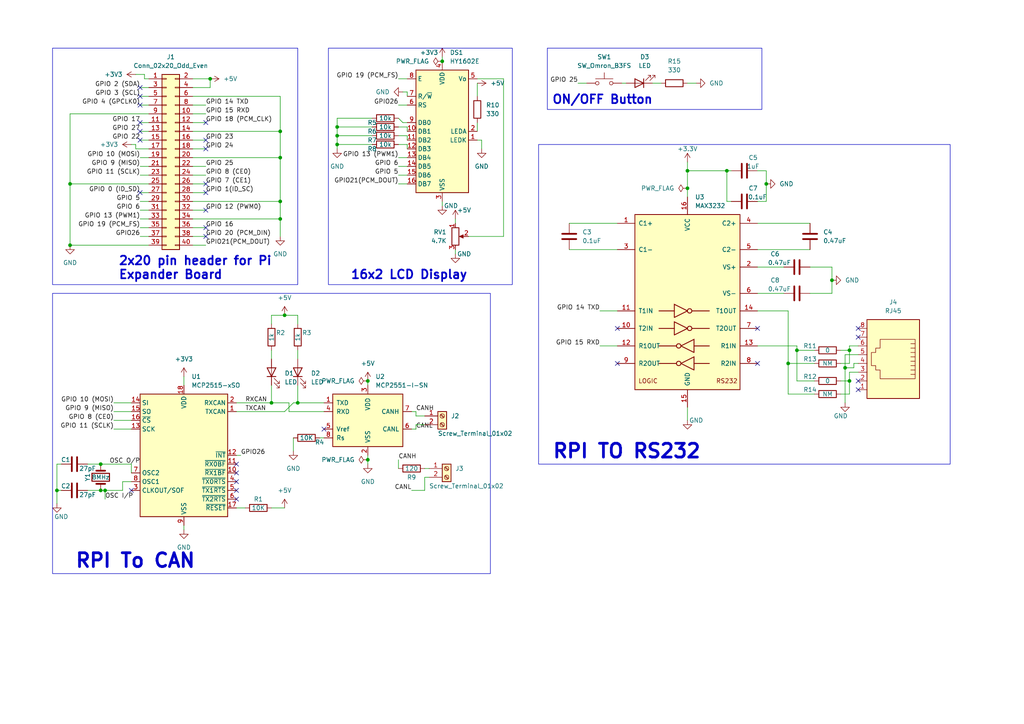
<source format=kicad_sch>
(kicad_sch (version 20231120) (generator "eeschema") (generator_version "8.0")
  (paper "A4")
  (title_block (title "Raspberry Pi Expander ") (date "2025-01-24") (rev "1.0") (company "ELECTRABLES") (comment 1 "Engr. Nadir Abbas"))
  (lib_symbols
    (symbol "Connector:RJ45" (pin_names (offset 1.016))
      (property "Reference" "J" (at -5.08 13.97 0))
      (property "Value" "RJ45" (at 2.54 13.97 0))
      (symbol "RJ45_0_1"
        (polyline (pts (xy -5.08 4.445) (xy -6.35 4.445)))
        (polyline (pts (xy -5.08 5.715) (xy -6.35 5.715)))
        (polyline (pts (xy -6.35 -3.175) (xy -5.08 -3.175) (xy -5.08 -3.175)))
        (polyline (pts (xy -6.35 -1.905) (xy -5.08 -1.905) (xy -5.08 -1.905)))
        (polyline (pts (xy -6.35 -0.635) (xy -5.08 -0.635) (xy -5.08 -0.635)))
        (polyline (pts (xy -6.35 0.635) (xy -5.08 0.635) (xy -5.08 0.635)))
        (polyline (pts (xy -6.35 1.905) (xy -5.08 1.905) (xy -5.08 1.905)))
        (polyline (pts (xy -5.08 3.175) (xy -6.35 3.175) (xy -6.35 3.175)))
        (polyline (pts (xy -6.35 -4.445) (xy -6.35 6.985) (xy 3.81 6.985) (xy 3.81 4.445) (xy 5.08 4.445) (xy 5.08 3.175) (xy 6.35 3.175) (xy 6.35 -0.635) (xy 5.08 -0.635) (xy 5.08 -1.905) (xy 3.81 -1.905) (xy 3.81 -4.445) (xy -6.35 -4.445) (xy -6.35 -4.445)))
        (rectangle (start 7.62 12.7) (end -7.62 -10.16) (stroke (width 0.254)) (fill (type background)))
      )
      (symbol "RJ45_1_1"
        (pin passive line (at 10.16 -7.62 180) (length 2.54) (name "~") (number "1"))
        (pin passive line (at 10.16 -5.08 180) (length 2.54) (name "~") (number "2"))
        (pin passive line (at 10.16 -2.54 180) (length 2.54) (name "~") (number "3"))
        (pin passive line (at 10.16 0 180) (length 2.54) (name "~") (number "4"))
        (pin passive line (at 10.16 2.54 180) (length 2.54) (name "~") (number "5"))
        (pin passive line (at 10.16 5.08 180) (length 2.54) (name "~") (number "6"))
        (pin passive line (at 10.16 7.62 180) (length 2.54) (name "~") (number "7"))
        (pin passive line (at 10.16 10.16 180) (length 2.54) (name "~") (number "8"))
      )
    )
    (symbol "Connector:Screw_Terminal_01x02" (pin_names (offset 1.016) hide)
      (property "Reference" "J" (at 0 2.54 0))
      (property "Value" "Screw_Terminal_01x02" (at 0 -5.08 0))
      (symbol "Screw_Terminal_01x02_1_1"
        (rectangle (start -1.27 1.27) (end 1.27 -3.81) (stroke (width 0.254)) (fill (type background)))
        (circle (center 0 -2.54) (radius 0.635) (stroke (width 0.1524)))
        (polyline (pts (xy -0.5334 -2.2098) (xy 0.3302 -3.048)) (stroke (width 0.1524)))
        (polyline (pts (xy -0.5334 0.3302) (xy 0.3302 -0.508)) (stroke (width 0.1524)))
        (polyline (pts (xy -0.3556 -2.032) (xy 0.508 -2.8702)) (stroke (width 0.1524)))
        (polyline (pts (xy -0.3556 0.508) (xy 0.508 -0.3302)) (stroke (width 0.1524)))
        (circle (center 0 0) (radius 0.635) (stroke (width 0.1524)))
        (pin passive line (at -5.08 0 0) (length 3.81) (name "Pin_1") (number "1"))
        (pin passive line (at -5.08 -2.54 0) (length 3.81) (name "Pin_2") (number "2"))
      )
    )
    (symbol "Connector_Generic:Conn_02x20_Odd_Even" (pin_names (offset 1.016) hide)
      (property "Reference" "J" (at 1.27 25.4 0))
      (property "Value" "Conn_02x20_Odd_Even" (at 1.27 -27.94 0))
      (symbol "Conn_02x20_Odd_Even_1_1"
        (rectangle (start -1.27 -25.273) (end 0 -25.527) (stroke (width 0.1524)))
        (rectangle (start -1.27 -22.733) (end 0 -22.987) (stroke (width 0.1524)))
        (rectangle (start -1.27 -20.193) (end 0 -20.447) (stroke (width 0.1524)))
        (rectangle (start -1.27 -17.653) (end 0 -17.907) (stroke (width 0.1524)))
        (rectangle (start -1.27 -15.113) (end 0 -15.367) (stroke (width 0.1524)))
        (rectangle (start -1.27 -12.573) (end 0 -12.827) (stroke (width 0.1524)))
        (rectangle (start -1.27 -10.033) (end 0 -10.287) (stroke (width 0.1524)))
        (rectangle (start -1.27 -7.493) (end 0 -7.747) (stroke (width 0.1524)))
        (rectangle (start -1.27 -4.953) (end 0 -5.207) (stroke (width 0.1524)))
        (rectangle (start -1.27 -2.413) (end 0 -2.667) (stroke (width 0.1524)))
        (rectangle (start -1.27 0.127) (end 0 -0.127) (stroke (width 0.1524)))
        (rectangle (start -1.27 2.667) (end 0 2.413) (stroke (width 0.1524)))
        (rectangle (start -1.27 5.207) (end 0 4.953) (stroke (width 0.1524)))
        (rectangle (start -1.27 7.747) (end 0 7.493) (stroke (width 0.1524)))
        (rectangle (start -1.27 10.287) (end 0 10.033) (stroke (width 0.1524)))
        (rectangle (start -1.27 12.827) (end 0 12.573) (stroke (width 0.1524)))
        (rectangle (start -1.27 15.367) (end 0 15.113) (stroke (width 0.1524)))
        (rectangle (start -1.27 17.907) (end 0 17.653) (stroke (width 0.1524)))
        (rectangle (start -1.27 20.447) (end 0 20.193) (stroke (width 0.1524)))
        (rectangle (start -1.27 22.987) (end 0 22.733) (stroke (width 0.1524)))
        (rectangle (start -1.27 24.13) (end 3.81 -26.67) (stroke (width 0.254)) (fill (type background)))
        (rectangle (start 3.81 -25.273) (end 2.54 -25.527) (stroke (width 0.1524)))
        (rectangle (start 3.81 -22.733) (end 2.54 -22.987) (stroke (width 0.1524)))
        (rectangle (start 3.81 -20.193) (end 2.54 -20.447) (stroke (width 0.1524)))
        (rectangle (start 3.81 -17.653) (end 2.54 -17.907) (stroke (width 0.1524)))
        (rectangle (start 3.81 -15.113) (end 2.54 -15.367) (stroke (width 0.1524)))
        (rectangle (start 3.81 -12.573) (end 2.54 -12.827) (stroke (width 0.1524)))
        (rectangle (start 3.81 -10.033) (end 2.54 -10.287) (stroke (width 0.1524)))
        (rectangle (start 3.81 -7.493) (end 2.54 -7.747) (stroke (width 0.1524)))
        (rectangle (start 3.81 -4.953) (end 2.54 -5.207) (stroke (width 0.1524)))
        (rectangle (start 3.81 -2.413) (end 2.54 -2.667) (stroke (width 0.1524)))
        (rectangle (start 3.81 0.127) (end 2.54 -0.127) (stroke (width 0.1524)))
        (rectangle (start 3.81 2.667) (end 2.54 2.413) (stroke (width 0.1524)))
        (rectangle (start 3.81 5.207) (end 2.54 4.953) (stroke (width 0.1524)))
        (rectangle (start 3.81 7.747) (end 2.54 7.493) (stroke (width 0.1524)))
        (rectangle (start 3.81 10.287) (end 2.54 10.033) (stroke (width 0.1524)))
        (rectangle (start 3.81 12.827) (end 2.54 12.573) (stroke (width 0.1524)))
        (rectangle (start 3.81 15.367) (end 2.54 15.113) (stroke (width 0.1524)))
        (rectangle (start 3.81 17.907) (end 2.54 17.653) (stroke (width 0.1524)))
        (rectangle (start 3.81 20.447) (end 2.54 20.193) (stroke (width 0.1524)))
        (rectangle (start 3.81 22.987) (end 2.54 22.733) (stroke (width 0.1524)))
        (pin passive line (at -5.08 22.86 0) (length 3.81) (name "Pin_1") (number "1"))
        (pin passive line (at 7.62 12.7 180) (length 3.81) (name "Pin_10") (number "10"))
        (pin passive line (at -5.08 10.16 0) (length 3.81) (name "Pin_11") (number "11"))
        (pin passive line (at 7.62 10.16 180) (length 3.81) (name "Pin_12") (number "12"))
        (pin passive line (at -5.08 7.62 0) (length 3.81) (name "Pin_13") (number "13"))
        (pin passive line (at 7.62 7.62 180) (length 3.81) (name "Pin_14") (number "14"))
        (pin passive line (at -5.08 5.08 0) (length 3.81) (name "Pin_15") (number "15"))
        (pin passive line (at 7.62 5.08 180) (length 3.81) (name "Pin_16") (number "16"))
        (pin passive line (at -5.08 2.54 0) (length 3.81) (name "Pin_17") (number "17"))
        (pin passive line (at 7.62 2.54 180) (length 3.81) (name "Pin_18") (number "18"))
        (pin passive line (at -5.08 0 0) (length 3.81) (name "Pin_19") (number "19"))
        (pin passive line (at 7.62 22.86 180) (length 3.81) (name "Pin_2") (number "2"))
        (pin passive line (at 7.62 0 180) (length 3.81) (name "Pin_20") (number "20"))
        (pin passive line (at -5.08 -2.54 0) (length 3.81) (name "Pin_21") (number "21"))
        (pin passive line (at 7.62 -2.54 180) (length 3.81) (name "Pin_22") (number "22"))
        (pin passive line (at -5.08 -5.08 0) (length 3.81) (name "Pin_23") (number "23"))
        (pin passive line (at 7.62 -5.08 180) (length 3.81) (name "Pin_24") (number "24"))
        (pin passive line (at -5.08 -7.62 0) (length 3.81) (name "Pin_25") (number "25"))
        (pin passive line (at 7.62 -7.62 180) (length 3.81) (name "Pin_26") (number "26"))
        (pin passive line (at -5.08 -10.16 0) (length 3.81) (name "Pin_27") (number "27"))
        (pin passive line (at 7.62 -10.16 180) (length 3.81) (name "Pin_28") (number "28"))
        (pin passive line (at -5.08 -12.7 0) (length 3.81) (name "Pin_29") (number "29"))
        (pin passive line (at -5.08 20.32 0) (length 3.81) (name "Pin_3") (number "3"))
        (pin passive line (at 7.62 -12.7 180) (length 3.81) (name "Pin_30") (number "30"))
        (pin passive line (at -5.08 -15.24 0) (length 3.81) (name "Pin_31") (number "31"))
        (pin passive line (at 7.62 -15.24 180) (length 3.81) (name "Pin_32") (number "32"))
        (pin passive line (at -5.08 -17.78 0) (length 3.81) (name "Pin_33") (number "33"))
        (pin passive line (at 7.62 -17.78 180) (length 3.81) (name "Pin_34") (number "34"))
        (pin passive line (at -5.08 -20.32 0) (length 3.81) (name "Pin_35") (number "35"))
        (pin passive line (at 7.62 -20.32 180) (length 3.81) (name "Pin_36") (number "36"))
        (pin passive line (at -5.08 -22.86 0) (length 3.81) (name "Pin_37") (number "37"))
        (pin passive line (at 7.62 -22.86 180) (length 3.81) (name "Pin_38") (number "38"))
        (pin passive line (at -5.08 -25.4 0) (length 3.81) (name "Pin_39") (number "39"))
        (pin passive line (at 7.62 20.32 180) (length 3.81) (name "Pin_4") (number "4"))
        (pin passive line (at 7.62 -25.4 180) (length 3.81) (name "Pin_40") (number "40"))
        (pin passive line (at -5.08 17.78 0) (length 3.81) (name "Pin_5") (number "5"))
        (pin passive line (at 7.62 17.78 180) (length 3.81) (name "Pin_6") (number "6"))
        (pin passive line (at -5.08 15.24 0) (length 3.81) (name "Pin_7") (number "7"))
        (pin passive line (at 7.62 15.24 180) (length 3.81) (name "Pin_8") (number "8"))
        (pin passive line (at -5.08 12.7 0) (length 3.81) (name "Pin_9") (number "9"))
      )
    )
    (symbol "Device:C" (pin_numbers hide) (pin_names (offset 0.254))
      (property "Reference" "C" (at 0.635 2.54 0))
      (property "Value" "C" (at 0.635 -2.54 0))
      (symbol "C_0_1"
        (polyline (pts (xy -2.032 -0.762) (xy 2.032 -0.762)) (stroke (width 0.508)))
        (polyline (pts (xy -2.032 0.762) (xy 2.032 0.762)) (stroke (width 0.508)))
      )
      (symbol "C_1_1"
        (pin passive line (at 0 3.81 270) (length 2.794) (name "~") (number "1"))
        (pin passive line (at 0 -3.81 90) (length 2.794) (name "~") (number "2"))
      )
    )
    (symbol "Device:Crystal" (pin_numbers hide) (pin_names (offset 1.016) hide)
      (property "Reference" "Y" (at 0 3.81 0))
      (property "Value" "Crystal" (at 0 -3.81 0))
      (symbol "Crystal_0_1"
        (rectangle (start -1.143 2.54) (end 1.143 -2.54) (stroke (width 0.3048)))
        (polyline (pts (xy -2.54 0) (xy -1.905 0)))
        (polyline (pts (xy -1.905 -1.27) (xy -1.905 1.27)) (stroke (width 0.508)))
        (polyline (pts (xy 1.905 -1.27) (xy 1.905 1.27)) (stroke (width 0.508)))
        (polyline (pts (xy 2.54 0) (xy 1.905 0)))
      )
      (symbol "Crystal_1_1"
        (pin passive line (at -3.81 0 0) (length 1.27) (name "1") (number "1"))
        (pin passive line (at 3.81 0 180) (length 1.27) (name "2") (number "2"))
      )
    )
    (symbol "Device:LED" (pin_numbers hide) (pin_names (offset 1.016) hide)
      (property "Reference" "D" (at 0 2.54 0))
      (property "Value" "LED" (at 0 -2.54 0))
      (symbol "LED_0_1"
        (polyline (pts (xy -1.27 -1.27) (xy -1.27 1.27)) (stroke (width 0.254)))
        (polyline (pts (xy -1.27 0) (xy 1.27 0)))
        (polyline (pts (xy 1.27 -1.27) (xy 1.27 1.27) (xy -1.27 0) (xy 1.27 -1.27)) (stroke (width 0.254)))
        (polyline (pts (xy -3.048 -0.762) (xy -4.572 -2.286) (xy -3.81 -2.286) (xy -4.572 -2.286) (xy -4.572 -1.524)))
        (polyline (pts (xy -1.778 -0.762) (xy -3.302 -2.286) (xy -2.54 -2.286) (xy -3.302 -2.286) (xy -3.302 -1.524)))
      )
      (symbol "LED_1_1"
        (pin passive line (at -3.81 0 0) (length 2.54) (name "K") (number "1"))
        (pin passive line (at 3.81 0 180) (length 2.54) (name "A") (number "2"))
      )
    )
    (symbol "Device:R" (pin_numbers hide) (pin_names (offset 0))
      (property "Reference" "R" (at 2.032 0 90))
      (property "Value" "R" (at 0 0 90))
      (symbol "R_0_1"
        (rectangle (start -1.016 -2.54) (end 1.016 2.54) (stroke (width 0.254)))
      )
      (symbol "R_1_1"
        (pin passive line (at 0 3.81 270) (length 1.27) (name "~") (number "1"))
        (pin passive line (at 0 -3.81 90) (length 1.27) (name "~") (number "2"))
      )
    )
    (symbol "Device:R_Potentiometer" (pin_names (offset 1.016) hide)
      (property "Reference" "RV" (at -4.445 0 90))
      (property "Value" "R_Potentiometer" (at -2.54 0 90))
      (symbol "R_Potentiometer_0_1"
        (polyline (pts (xy 2.54 0) (xy 1.524 0)))
        (polyline (pts (xy 1.143 0) (xy 2.286 0.508) (xy 2.286 -0.508) (xy 1.143 0)) (fill (type outline)))
        (rectangle (start 1.016 2.54) (end -1.016 -2.54) (stroke (width 0.254)))
      )
      (symbol "R_Potentiometer_1_1"
        (pin passive line (at 0 3.81 270) (length 1.27) (name "1") (number "1"))
        (pin passive line (at 3.81 0 180) (length 1.27) (name "2") (number "2"))
        (pin passive line (at 0 -3.81 90) (length 1.27) (name "3") (number "3"))
      )
    )
    (symbol "Display_Character:HY1602E"
      (property "Reference" "DS" (at -6.096 19.05 0))
      (property "Value" "HY1602E" (at 5.08 19.05 0))
      (symbol "HY1602E_0_1"
        (rectangle (start -7.62 17.78) (end 7.62 -17.78) (stroke (width 0.254)) (fill (type background)))
      )
      (symbol "HY1602E_1_1"
        (pin passive line (at 10.16 -2.54 180) (length 2.54) (name "LEDK") (number "1"))
        (pin bidirectional line (at -10.16 0 0) (length 2.54) (name "DB1") (number "10"))
        (pin bidirectional line (at -10.16 -2.54 0) (length 2.54) (name "DB2") (number "11"))
        (pin bidirectional line (at -10.16 -5.08 0) (length 2.54) (name "DB3") (number "12"))
        (pin bidirectional line (at -10.16 -7.62 0) (length 2.54) (name "DB4") (number "13"))
        (pin bidirectional line (at -10.16 -10.16 0) (length 2.54) (name "DB5") (number "14"))
        (pin bidirectional line (at -10.16 -12.7 0) (length 2.54) (name "DB6") (number "15"))
        (pin bidirectional line (at -10.16 -15.24 0) (length 2.54) (name "DB7") (number "16"))
        (pin passive line (at 10.16 0 180) (length 2.54) (name "LEDA") (number "2"))
        (pin power_in line (at 0 -20.32 90) (length 2.54) (name "VSS") (number "3"))
        (pin power_in line (at 0 20.32 270) (length 2.54) (name "VDD") (number "4"))
        (pin input line (at 10.16 15.24 180) (length 2.54) (name "Vo") (number "5"))
        (pin input line (at -10.16 7.62 0) (length 2.54) (name "RS") (number "6"))
        (pin input line (at -10.16 10.16 0) (length 2.54) (name "R/~{W}") (number "7"))
        (pin input line (at -10.16 15.24 0) (length 2.54) (name "E") (number "8"))
        (pin bidirectional line (at -10.16 2.54 0) (length 2.54) (name "DB0") (number "9"))
      )
    )
    (symbol "GND_1" (power) (pin_numbers hide) (pin_names (offset 0) hide)
      (property "Value" "GND" (at 0 -3.81 0))
      (symbol "GND_1_0_1"
        (polyline (pts (xy 0 0) (xy 0 -1.27) (xy 1.27 -1.27) (xy 0 -2.54) (xy -1.27 -1.27) (xy 0 -1.27)))
      )
      (symbol "GND_1_1_1"
        (pin power_in line (at 0 0 270) (length 0) (name "~") (number "1"))
      )
    )
    (symbol "Interface_CAN_LIN:MCP2515-xSO"
      (property "Reference" "U" (at -10.16 19.685 0))
      (property "Value" "MCP2515-xSO" (at 19.05 20.32 0))
      (symbol "MCP2515-xSO_0_1"
        (rectangle (start -12.7 17.78) (end 12.7 -17.78) (stroke (width 0.254)) (fill (type background)))
      )
      (symbol "MCP2515-xSO_1_1"
        (pin output line (at 15.24 12.7 180) (length 2.54) (name "TXCAN") (number "1"))
        (pin output line (at 15.24 -5.08 180) (length 2.54) (name "~{RX1BF}") (number "10"))
        (pin output line (at 15.24 -2.54 180) (length 2.54) (name "~{RX0BF}") (number "11"))
        (pin output line (at 15.24 0 180) (length 2.54) (name "~{INT}") (number "12"))
        (pin input line (at -15.24 7.62 0) (length 2.54) (name "SCK") (number "13"))
        (pin input line (at -15.24 15.24 0) (length 2.54) (name "SI") (number "14"))
        (pin output line (at -15.24 12.7 0) (length 2.54) (name "SO") (number "15"))
        (pin input line (at -15.24 10.16 0) (length 2.54) (name "~{CS}") (number "16"))
        (pin input line (at 15.24 -15.24 180) (length 2.54) (name "~{RESET}") (number "17"))
        (pin power_in line (at 0 20.32 270) (length 2.54) (name "VDD") (number "18"))
        (pin input line (at 15.24 15.24 180) (length 2.54) (name "RXCAN") (number "2"))
        (pin output line (at -15.24 -10.16 0) (length 2.54) (name "CLKOUT/SOF") (number "3"))
        (pin input line (at 15.24 -7.62 180) (length 2.54) (name "~{TX0RTS}") (number "4"))
        (pin input line (at 15.24 -10.16 180) (length 2.54) (name "~{TX1RTS}") (number "5"))
        (pin input line (at 15.24 -12.7 180) (length 2.54) (name "~{TX2RTS}") (number "6"))
        (pin output line (at -15.24 -5.08 0) (length 2.54) (name "OSC2") (number "7"))
        (pin input line (at -15.24 -7.62 0) (length 2.54) (name "OSC1") (number "8"))
        (pin power_in line (at 0 -20.32 90) (length 2.54) (name "VSS") (number "9"))
      )
    )
    (symbol "Interface_CAN_LIN:MCP2551-I-SN" (pin_names (offset 1.016))
      (property "Reference" "U" (at -10.16 8.89 0))
      (property "Value" "MCP2551-I-SN" (at 2.54 8.89 0))
      (symbol "MCP2551-I-SN_0_1"
        (rectangle (start -10.16 7.62) (end 10.16 -7.62) (stroke (width 0.254)) (fill (type background)))
      )
      (symbol "MCP2551-I-SN_1_1"
        (pin input line (at -12.7 5.08 0) (length 2.54) (name "TXD") (number "1"))
        (pin power_in line (at 0 -10.16 90) (length 2.54) (name "VSS") (number "2"))
        (pin power_in line (at 0 10.16 270) (length 2.54) (name "VDD") (number "3"))
        (pin output line (at -12.7 2.54 0) (length 2.54) (name "RXD") (number "4"))
        (pin power_out line (at -12.7 -2.54 0) (length 2.54) (name "Vref") (number "5"))
        (pin bidirectional line (at 12.7 -2.54 180) (length 2.54) (name "CANL") (number "6"))
        (pin bidirectional line (at 12.7 2.54 180) (length 2.54) (name "CANH") (number "7"))
        (pin input line (at -12.7 -5.08 0) (length 2.54) (name "Rs") (number "8"))
      )
    )
    (symbol "Interface_UART:MAX3232" (pin_names (offset 1.016))
      (property "Reference" "U" (at -2.54 28.575 0))
      (property "Value" "MAX3232" (at -2.54 26.67 0))
      (symbol "MAX3232_0_0"
        (text "LOGIC" (at -11.43 -22.86 0) (effects (font (size 1.27 1.27))))
        (text "RS232" (at 11.43 -22.86 0) (effects (font (size 1.27 1.27))))
      )
      (symbol "MAX3232_0_1"
        (rectangle (start -15.24 -25.4) (end 15.24 25.4) (stroke (width 0.254)) (fill (type background)))
        (circle (center -2.54 -17.78) (radius 0.635) (stroke (width 0.254)))
        (circle (center -2.54 -12.7) (radius 0.635) (stroke (width 0.254)))
        (polyline (pts (xy -3.81 -7.62) (xy -8.255 -7.62)) (stroke (width 0.254)))
        (polyline (pts (xy -3.81 -2.54) (xy -8.255 -2.54)) (stroke (width 0.254)))
        (polyline (pts (xy -3.175 -17.78) (xy -8.255 -17.78)) (stroke (width 0.254)))
        (polyline (pts (xy -3.175 -12.7) (xy -8.255 -12.7)) (stroke (width 0.254)))
        (polyline (pts (xy 1.27 -7.62) (xy 6.35 -7.62)) (stroke (width 0.254)))
        (polyline (pts (xy 1.27 -2.54) (xy 6.35 -2.54)) (stroke (width 0.254)))
        (polyline (pts (xy 1.905 -17.78) (xy 6.35 -17.78)) (stroke (width 0.254)))
        (polyline (pts (xy 1.905 -12.7) (xy 6.35 -12.7)) (stroke (width 0.254)))
        (polyline (pts (xy -3.81 -5.715) (xy -3.81 -9.525) (xy 0 -7.62) (xy -3.81 -5.715)) (stroke (width 0.254)))
        (polyline (pts (xy -3.81 -0.635) (xy -3.81 -4.445) (xy 0 -2.54) (xy -3.81 -0.635)) (stroke (width 0.254)))
        (polyline (pts (xy 1.905 -15.875) (xy 1.905 -19.685) (xy -1.905 -17.78) (xy 1.905 -15.875)) (stroke (width 0.254)))
        (polyline (pts (xy 1.905 -10.795) (xy 1.905 -14.605) (xy -1.905 -12.7) (xy 1.905 -10.795)) (stroke (width 0.254)))
        (circle (center 0.635 -7.62) (radius 0.635) (stroke (width 0.254)))
        (circle (center 0.635 -2.54) (radius 0.635) (stroke (width 0.254)))
      )
      (symbol "MAX3232_1_1"
        (pin passive line (at -20.32 22.86 0) (length 5.08) (name "C1+") (number "1"))
        (pin input line (at -20.32 -7.62 0) (length 5.08) (name "T2IN") (number "10"))
        (pin input line (at -20.32 -2.54 0) (length 5.08) (name "T1IN") (number "11"))
        (pin output line (at -20.32 -12.7 0) (length 5.08) (name "R1OUT") (number "12"))
        (pin input line (at 20.32 -12.7 180) (length 5.08) (name "R1IN") (number "13"))
        (pin output line (at 20.32 -2.54 180) (length 5.08) (name "T1OUT") (number "14"))
        (pin power_in line (at 0 -30.48 90) (length 5.08) (name "GND") (number "15"))
        (pin power_in line (at 0 30.48 270) (length 5.08) (name "VCC") (number "16"))
        (pin power_out line (at 20.32 10.16 180) (length 5.08) (name "VS+") (number "2"))
        (pin passive line (at -20.32 15.24 0) (length 5.08) (name "C1-") (number "3"))
        (pin passive line (at 20.32 22.86 180) (length 5.08) (name "C2+") (number "4"))
        (pin passive line (at 20.32 15.24 180) (length 5.08) (name "C2-") (number "5"))
        (pin power_out line (at 20.32 2.54 180) (length 5.08) (name "VS-") (number "6"))
        (pin output line (at 20.32 -7.62 180) (length 5.08) (name "T2OUT") (number "7"))
        (pin input line (at 20.32 -17.78 180) (length 5.08) (name "R2IN") (number "8"))
        (pin output line (at -20.32 -17.78 0) (length 5.08) (name "R2OUT") (number "9"))
      )
    )
    (symbol "Switch:SW_Omron_B3FS" (pin_numbers hide) (pin_names (offset 1.016) hide)
      (property "Reference" "SW" (at 1.27 2.54 0))
      (property "Value" "SW_Omron_B3FS" (at 0 -1.524 0))
      (symbol "SW_Omron_B3FS_0_1"
        (circle (center -2.032 0) (radius 0.508))
        (polyline (pts (xy 0 1.27) (xy 0 3.048)))
        (polyline (pts (xy 2.54 1.27) (xy -2.54 1.27)))
        (circle (center 2.032 0) (radius 0.508))
        (pin passive line (at -5.08 0 0) (length 2.54) (name "1") (number "1"))
        (pin passive line (at 5.08 0 180) (length 2.54) (name "2") (number "2"))
      )
    )
    (symbol "power:+3.3V" (power) (pin_names (offset 0))
      (property "Value" "+3.3V" (at 0 3.556 0))
      (symbol "+3.3V_0_1"
        (polyline (pts (xy -0.762 1.27) (xy 0 2.54)))
        (polyline (pts (xy 0 0) (xy 0 2.54)))
        (polyline (pts (xy 0 2.54) (xy 0.762 1.27)))
      )
      (symbol "+3.3V_1_1"
        (pin power_in line (at 0 0 90) (length 0) hide (name "+3.3V") (number "1"))
      )
    )
    (symbol "power:+3V3" (power) (pin_names (offset 0))
      (property "Value" "+3V3" (at 0 3.556 0))
      (symbol "+3V3_0_1"
        (polyline (pts (xy -0.762 1.27) (xy 0 2.54)))
        (polyline (pts (xy 0 0) (xy 0 2.54)))
        (polyline (pts (xy 0 2.54) (xy 0.762 1.27)))
      )
      (symbol "+3V3_1_1"
        (pin power_in line (at 0 0 90) (length 0) hide (name "+3V3") (number "1"))
      )
    )
    (symbol "power:+5V" (power) (pin_names (offset 0))
      (property "Value" "+5V" (at 0 3.556 0))
      (symbol "+5V_0_1"
        (polyline (pts (xy -0.762 1.27) (xy 0 2.54)))
        (polyline (pts (xy 0 0) (xy 0 2.54)))
        (polyline (pts (xy 0 2.54) (xy 0.762 1.27)))
      )
      (symbol "+5V_1_1"
        (pin power_in line (at 0 0 90) (length 0) hide (name "+5V") (number "1"))
      )
    )
    (symbol "power:GND" (power) (pin_names (offset 0))
      (property "Value" "GND" (at 0 -3.81 0))
      (symbol "GND_0_1"
        (polyline (pts (xy 0 0) (xy 0 -1.27) (xy 1.27 -1.27) (xy 0 -2.54) (xy -1.27 -1.27) (xy 0 -1.27)))
      )
      (symbol "GND_1_1"
        (pin power_in line (at 0 0 270) (length 0) hide (name "GND") (number "1"))
      )
    )
    (symbol "power:PWR_FLAG" (power) (pin_numbers hide) (pin_names (offset 0) hide)
      (property "Value" "PWR_FLAG" (at 0 3.81 0))
      (symbol "PWR_FLAG_0_0"
        (pin power_out line (at 0 0 90) (length 0) (name "pwr") (number "1"))
      )
      (symbol "PWR_FLAG_0_1"
        (polyline (pts (xy 0 0) (xy 0 1.27) (xy -1.016 1.905) (xy 0 2.54) (xy 1.016 1.905) (xy 0 1.27)))
      )
    )
  )
  (junction (at 246.38 101.6))
  (junction (at 97.79 41.91))
  (junction (at 128.27 17.78))
  (junction (at 81.28 38.1))
  (junction (at 20.32 53.34))
  (junction (at 30.48 142.24))
  (junction (at 97.79 39.37))
  (junction (at 228.6 105.41))
  (junction (at 222.25 53.34))
  (junction (at 199.39 54.61))
  (junction (at 81.28 45.72))
  (junction (at 29.21 134.62))
  (junction (at 231.14 101.6))
  (junction (at 86.36 116.84))
  (junction (at 81.28 63.5))
  (junction (at 241.3 81.28))
  (junction (at 29.21 142.24))
  (junction (at 97.79 36.83))
  (junction (at 199.39 49.53))
  (junction (at 60.96 22.86))
  (junction (at 106.68 110.49))
  (junction (at 78.74 116.84))
  (junction (at 246.38 110.49))
  (junction (at 16.51 142.24))
  (junction (at 210.82 49.53))
  (junction (at 106.68 133.35))
  (junction (at 20.32 71.12))
  (junction (at 81.28 58.42))
  (junction (at 82.55 91.44))
  (junction (at 245.11 106.68))
  (no_connect (at 40.64 27.94))
  (no_connect (at 248.92 97.79))
  (no_connect (at 248.92 95.25))
  (no_connect (at 68.58 142.24))
  (no_connect (at 68.58 134.62))
  (no_connect (at 179.07 95.25))
  (no_connect (at 219.71 95.25))
  (no_connect (at 68.58 139.7))
  (no_connect (at 59.69 66.04))
  (no_connect (at 59.69 40.64))
  (no_connect (at 248.92 113.03))
  (no_connect (at 40.64 40.64))
  (no_connect (at 38.1 142.24))
  (no_connect (at 59.69 53.34))
  (no_connect (at 59.69 35.56))
  (no_connect (at 248.92 110.49))
  (no_connect (at 93.98 124.46))
  (no_connect (at 40.64 55.88))
  (no_connect (at 40.64 25.4))
  (no_connect (at 59.69 55.88))
  (no_connect (at 59.69 68.58))
  (no_connect (at 40.64 35.56))
  (no_connect (at 59.69 60.96))
  (no_connect (at 40.64 30.48))
  (no_connect (at 59.69 43.18))
  (no_connect (at 179.07 105.41))
  (no_connect (at 68.58 144.78))
  (no_connect (at 219.71 105.41))
  (no_connect (at 68.58 137.16))
  (no_connect (at 40.64 38.1))
  (wire (pts (xy 55.88 43.18) (xy 59.69 43.18)))
  (wire (pts (xy 247.65 105.41) (xy 247.65 106.68)))
  (wire (pts (xy 55.88 60.96) (xy 59.69 60.96)))
  (wire (pts (xy 231.14 110.49) (xy 236.22 110.49)))
  (wire (pts (xy 55.88 38.1) (xy 81.28 38.1)))
  (wire (pts (xy 81.28 38.1) (xy 81.28 45.72)))
  (wire (pts (xy 246.38 100.33) (xy 248.92 100.33)))
  (wire (pts (xy 55.88 30.48) (xy 59.69 30.48)))
  (wire (pts (xy 246.38 101.6) (xy 246.38 105.41)))
  (wire (pts (xy 115.57 50.8) (xy 118.11 50.8)))
  (wire (pts (xy 128.27 16.51) (xy 128.27 17.78)))
  (wire (pts (xy 106.68 133.35) (xy 106.68 132.08)))
  (wire (pts (xy 40.64 30.48) (xy 43.18 30.48)))
  (wire (pts (xy 78.74 147.32) (xy 82.55 147.32)))
  (wire (pts (xy 33.02 124.46) (xy 38.1 124.46)))
  (wire (pts (xy 85.09 127) (xy 85.09 130.81)))
  (wire (pts (xy 97.79 34.29) (xy 107.95 34.29)))
  (wire (pts (xy 55.88 50.8) (xy 59.69 50.8)))
  (wire (pts (xy 118.11 39.37) (xy 118.11 40.64)))
  (wire (pts (xy 20.32 33.02) (xy 20.32 53.34)))
  (wire (pts (xy 106.68 134.62) (xy 106.68 133.35)))
  (wire (pts (xy 55.88 40.64) (xy 59.69 40.64)))
  (wire (pts (xy 81.28 27.94) (xy 81.28 38.1)))
  (wire (pts (xy 78.74 91.44) (xy 78.74 93.98)))
  (wire (pts (xy 78.74 91.44) (xy 82.55 91.44)))
  (wire (pts (xy 53.34 152.4) (xy 53.34 153.67)))
  (wire (pts (xy 20.32 33.02) (xy 43.18 33.02)))
  (wire (pts (xy 167.64 24.13) (xy 170.18 24.13)))
  (wire (pts (xy 115.57 22.86) (xy 118.11 22.86)))
  (wire (pts (xy 199.39 118.11) (xy 199.39 121.92)))
  (wire (pts (xy 40.64 58.42) (xy 43.18 58.42)))
  (wire (pts (xy 82.55 91.44) (xy 86.36 91.44)))
  (wire (pts (xy 219.71 77.47) (xy 227.33 77.47)))
  (wire (pts (xy 228.6 105.41) (xy 236.22 105.41)))
  (wire (pts (xy 55.88 71.12) (xy 59.69 71.12)))
  (wire (pts (xy 199.39 49.53) (xy 199.39 54.61)))
  (wire (pts (xy 55.88 27.94) (xy 81.28 27.94)))
  (wire (pts (xy 115.57 45.72) (xy 118.11 45.72)))
  (wire (pts (xy 68.58 132.08) (xy 69.85 132.08)))
  (wire (pts (xy 189.23 24.13) (xy 191.77 24.13)))
  (wire (pts (xy 33.02 121.92) (xy 38.1 121.92)))
  (wire (pts (xy 97.79 34.29) (xy 97.79 36.83)))
  (wire (pts (xy 118.11 35.56) (xy 116.84 35.56)))
  (wire (pts (xy 55.88 48.26) (xy 59.69 48.26)))
  (wire (pts (xy 245.11 106.68) (xy 247.65 106.68)))
  (wire (pts (xy 40.64 35.56) (xy 43.18 35.56)))
  (wire (pts (xy 86.36 91.44) (xy 86.36 93.98)))
  (wire (pts (xy 40.64 60.96) (xy 43.18 60.96)))
  (wire (pts (xy 41.91 21.59) (xy 41.91 22.86)))
  (wire (pts (xy 30.48 142.24) (xy 35.56 142.24)))
  (wire (pts (xy 234.95 85.09) (xy 241.3 85.09)))
  (wire (pts (xy 128.27 58.42) (xy 128.27 59.69)))
  (wire (pts (xy 138.43 40.64) (xy 139.7 40.64)))
  (wire (pts (xy 135.89 68.58) (xy 146.05 68.58)))
  (wire (pts (xy 118.11 36.83) (xy 118.11 38.1)))
  (wire (pts (xy 25.4 134.62) (xy 29.21 134.62)))
  (wire (pts (xy 245.11 102.87) (xy 248.92 102.87)))
  (wire (pts (xy 115.57 30.48) (xy 118.11 30.48)))
  (wire (pts (xy 30.48 142.24) (xy 30.48 144.78)))
  (wire (pts (xy 115.57 39.37) (xy 118.11 39.37)))
  (wire (pts (xy 86.36 116.84) (xy 93.98 116.84)))
  (wire (pts (xy 29.21 134.62) (xy 38.1 134.62)))
  (wire (pts (xy 199.39 49.53) (xy 210.82 49.53)))
  (wire (pts (xy 120.65 120.65) (xy 123.19 120.65)))
  (wire (pts (xy 55.88 22.86) (xy 60.96 22.86)))
  (wire (pts (xy 231.14 100.33) (xy 231.14 101.6)))
  (wire (pts (xy 199.39 24.13) (xy 201.93 24.13)))
  (wire (pts (xy 16.51 134.62) (xy 16.51 142.24)))
  (wire (pts (xy 38.1 134.62) (xy 38.1 137.16)))
  (wire (pts (xy 243.84 105.41) (xy 246.38 105.41)))
  (wire (pts (xy 92.71 127) (xy 93.98 127)))
  (wire (pts (xy 222.25 53.34) (xy 222.25 58.42)))
  (wire (pts (xy 55.88 55.88) (xy 59.69 55.88)))
  (wire (pts (xy 246.38 107.95) (xy 246.38 110.49)))
  (wire (pts (xy 180.34 24.13) (xy 181.61 24.13)))
  (wire (pts (xy 68.58 119.38) (xy 82.55 119.38)))
  (wire (pts (xy 40.64 45.72) (xy 43.18 45.72)))
  (wire (pts (xy 139.7 40.64) (xy 139.7 43.18)))
  (wire (pts (xy 115.57 53.34) (xy 118.11 53.34)))
  (wire (pts (xy 106.68 110.49) (xy 106.68 111.76)))
  (wire (pts (xy 85.09 116.84) (xy 82.55 119.38)))
  (wire (pts (xy 120.65 119.38) (xy 120.65 120.65)))
  (wire (pts (xy 231.14 101.6) (xy 236.22 101.6)))
  (wire (pts (xy 81.28 58.42) (xy 81.28 63.5)))
  (wire (pts (xy 228.6 90.17) (xy 228.6 105.41)))
  (wire (pts (xy 219.71 90.17) (xy 228.6 90.17)))
  (wire (pts (xy 146.05 22.86) (xy 146.05 68.58)))
  (wire (pts (xy 40.64 40.64) (xy 43.18 40.64)))
  (wire (pts (xy 40.64 27.94) (xy 43.18 27.94)))
  (wire (pts (xy 123.19 138.43) (xy 124.46 138.43)))
  (wire (pts (xy 165.1 64.77) (xy 179.07 64.77)))
  (wire (pts (xy 97.79 39.37) (xy 107.95 39.37)))
  (wire (pts (xy 25.4 142.24) (xy 29.21 142.24)))
  (wire (pts (xy 55.88 25.4) (xy 60.96 25.4)))
  (wire (pts (xy 241.3 81.28) (xy 241.3 85.09)))
  (wire (pts (xy 241.3 77.47) (xy 241.3 81.28)))
  (wire (pts (xy 83.82 119.38) (xy 93.98 119.38)))
  (wire (pts (xy 40.64 68.58) (xy 43.18 68.58)))
  (wire (pts (xy 40.64 50.8) (xy 43.18 50.8)))
  (wire (pts (xy 246.38 100.33) (xy 246.38 101.6)))
  (wire (pts (xy 116.84 35.56) (xy 115.57 34.29)))
  (wire (pts (xy 97.79 41.91) (xy 97.79 43.18)))
  (wire (pts (xy 55.88 66.04) (xy 59.69 66.04)))
  (wire (pts (xy 40.64 48.26) (xy 43.18 48.26)))
  (wire (pts (xy 115.57 133.35) (xy 115.57 135.89)))
  (wire (pts (xy 219.71 85.09) (xy 227.33 85.09)))
  (wire (pts (xy 81.28 63.5) (xy 55.88 63.5)))
  (wire (pts (xy 53.34 109.22) (xy 53.34 111.76)))
  (wire (pts (xy 33.02 116.84) (xy 38.1 116.84)))
  (wire (pts (xy 120.65 123.19) (xy 120.65 124.46)))
  (wire (pts (xy 85.09 116.84) (xy 86.36 116.84)))
  (wire (pts (xy 219.71 49.53) (xy 222.25 49.53)))
  (wire (pts (xy 97.79 36.83) (xy 97.79 39.37)))
  (wire (pts (xy 38.1 41.91) (xy 39.37 41.91)))
  (wire (pts (xy 222.25 49.53) (xy 222.25 53.34)))
  (wire (pts (xy 210.82 58.42) (xy 212.09 58.42)))
  (wire (pts (xy 35.56 139.7) (xy 38.1 139.7)))
  (wire (pts (xy 228.6 105.41) (xy 228.6 114.3)))
  (wire (pts (xy 199.39 46.99) (xy 199.39 49.53)))
  (wire (pts (xy 199.39 54.61) (xy 199.39 57.15)))
  (wire (pts (xy 243.84 101.6) (xy 246.38 101.6)))
  (wire (pts (xy 118.11 26.67) (xy 118.11 27.94)))
  (wire (pts (xy 219.71 58.42) (xy 222.25 58.42)))
  (wire (pts (xy 115.57 36.83) (xy 118.11 36.83)))
  (wire (pts (xy 246.38 110.49) (xy 246.38 114.3)))
  (wire (pts (xy 119.38 119.38) (xy 120.65 119.38)))
  (wire (pts (xy 39.37 41.91) (xy 39.37 43.18)))
  (wire (pts (xy 120.65 123.19) (xy 123.19 123.19)))
  (wire (pts (xy 219.71 100.33) (xy 231.14 100.33)))
  (wire (pts (xy 138.43 24.13) (xy 138.43 27.94)))
  (wire (pts (xy 55.88 58.42) (xy 81.28 58.42)))
  (wire (pts (xy 245.11 106.68) (xy 245.11 116.84)))
  (wire (pts (xy 39.37 21.59) (xy 41.91 21.59)))
  (wire (pts (xy 20.32 71.12) (xy 43.18 71.12)))
  (wire (pts (xy 116.84 26.67) (xy 118.11 26.67)))
  (wire (pts (xy 40.64 66.04) (xy 43.18 66.04)))
  (wire (pts (xy 33.02 119.38) (xy 38.1 119.38)))
  (wire (pts (xy 219.71 72.39) (xy 234.95 72.39)))
  (wire (pts (xy 138.43 35.56) (xy 138.43 38.1)))
  (wire (pts (xy 16.51 142.24) (xy 16.51 146.05)))
  (wire (pts (xy 228.6 114.3) (xy 236.22 114.3)))
  (wire (pts (xy 231.14 101.6) (xy 231.14 110.49)))
  (wire (pts (xy 210.82 49.53) (xy 212.09 49.53)))
  (wire (pts (xy 55.88 35.56) (xy 59.69 35.56)))
  (wire (pts (xy 83.82 116.84) (xy 83.82 119.38)))
  (wire (pts (xy 40.64 63.5) (xy 43.18 63.5)))
  (wire (pts (xy 123.19 142.24) (xy 123.19 138.43)))
  (wire (pts (xy 29.21 142.24) (xy 30.48 142.24)))
  (wire (pts (xy 132.08 72.39) (xy 132.08 73.66)))
  (wire (pts (xy 41.91 22.86) (xy 43.18 22.86)))
  (wire (pts (xy 35.56 139.7) (xy 35.56 142.24)))
  (wire (pts (xy 86.36 101.6) (xy 86.36 104.14)))
  (wire (pts (xy 40.64 55.88) (xy 43.18 55.88)))
  (wire (pts (xy 78.74 116.84) (xy 83.82 116.84)))
  (wire (pts (xy 219.71 64.77) (xy 234.95 64.77)))
  (wire (pts (xy 132.08 63.5) (xy 132.08 64.77)))
  (wire (pts (xy 68.58 147.32) (xy 71.12 147.32)))
  (wire (pts (xy 20.32 53.34) (xy 43.18 53.34)))
  (wire (pts (xy 115.57 48.26) (xy 118.11 48.26)))
  (wire (pts (xy 123.19 135.89) (xy 124.46 135.89)))
  (wire (pts (xy 68.58 116.84) (xy 78.74 116.84)))
  (wire (pts (xy 55.88 53.34) (xy 59.69 53.34)))
  (wire (pts (xy 97.79 41.91) (xy 107.95 41.91)))
  (wire (pts (xy 245.11 102.87) (xy 245.11 106.68)))
  (wire (pts (xy 40.64 38.1) (xy 43.18 38.1)))
  (wire (pts (xy 243.84 114.3) (xy 246.38 114.3)))
  (wire (pts (xy 39.37 43.18) (xy 43.18 43.18)))
  (wire (pts (xy 81.28 68.58) (xy 81.28 63.5)))
  (wire (pts (xy 40.64 25.4) (xy 43.18 25.4)))
  (wire (pts (xy 16.51 134.62) (xy 17.78 134.62)))
  (wire (pts (xy 246.38 107.95) (xy 248.92 107.95)))
  (wire (pts (xy 210.82 49.53) (xy 210.82 58.42)))
  (wire (pts (xy 97.79 39.37) (xy 97.79 41.91)))
  (wire (pts (xy 165.1 72.39) (xy 179.07 72.39)))
  (wire (pts (xy 86.36 111.76) (xy 86.36 116.84)))
  (wire (pts (xy 97.79 36.83) (xy 107.95 36.83)))
  (wire (pts (xy 119.38 124.46) (xy 120.65 124.46)))
  (wire (pts (xy 55.88 68.58) (xy 59.69 68.58)))
  (wire (pts (xy 16.51 142.24) (xy 17.78 142.24)))
  (wire (pts (xy 234.95 77.47) (xy 241.3 77.47)))
  (wire (pts (xy 119.38 142.24) (xy 123.19 142.24)))
  (wire (pts (xy 243.84 110.49) (xy 246.38 110.49)))
  (wire (pts (xy 173.99 100.33) (xy 179.07 100.33)))
  (wire (pts (xy 118.11 41.91) (xy 118.11 43.18)))
  (wire (pts (xy 173.99 90.17) (xy 179.07 90.17)))
  (wire (pts (xy 55.88 45.72) (xy 81.28 45.72)))
  (wire (pts (xy 138.43 22.86) (xy 146.05 22.86)))
  (wire (pts (xy 81.28 45.72) (xy 81.28 58.42)))
  (wire (pts (xy 60.96 22.86) (xy 60.96 25.4)))
  (wire (pts (xy 20.32 53.34) (xy 20.32 71.12)))
  (wire (pts (xy 247.65 105.41) (xy 248.92 105.41)))
  (wire (pts (xy 78.74 111.76) (xy 78.74 116.84)))
  (wire (pts (xy 78.74 101.6) (xy 78.74 104.14)))
  (wire (pts (xy 115.57 41.91) (xy 118.11 41.91)))
  (wire (pts (xy 55.88 33.02) (xy 59.69 33.02)))
  (rectangle (start 95.25 13.97) (end 148.59 82.55))
  (rectangle (start 156.21 41.91) (end 275.59 134.62))
  (rectangle (start 15.24 13.97) (end 86.36 82.55))
  (rectangle (start 158.75 13.97) (end 220.98 31.75))
  (rectangle (start 15.24 85.09) (end 142.24 166.37))
  (text "RPI To CAN" (at 21.59 165.1 0) (effects (font (size 4 4) (bold yes)) (justify left bottom)))
  (text "16x2 LCD Display" (at 101.6 81.28 0) (effects (font (size 2.5 2.5) (bold yes)) (justify left bottom)))
  (text "2x20 pin header for Pi \nExpander Board" (at 34.29 81.28 0) (effects (font (size 2.5 2.5) (thickness 0.5) (bold yes)) (justify left bottom)))
  (text "ON/OFF Button" (at 160.02 30.48 0) (effects (font (size 2.5 2.5) (bold yes)) (justify left bottom)))
  (text "RPI TO RS232\n" (at 160.02 133.35 0) (effects (font (size 4 4) (bold yes)) (justify left bottom)))
  (label "GPIO 19 (PCM_FS)" (at 40.64 66.04 180))
  (label "OSC O{slash}P" (at 31.75 134.62 0))
  (label "GPIO26" (at 40.64 68.58 180))
  (label "GPIO 10 (MOSI)" (at 40.64 45.72 180))
  (label "GPIO 5" (at 115.57 50.8 180))
  (label "GPIO 5" (at 40.64 58.42 180))
  (label "GPIO 4 (GPCLK0)" (at 40.64 30.48 180))
  (label "GPIO 20 (PCM_DIN)" (at 59.69 68.58 0))
  (label "GPIO 13 (PWM1)" (at 115.57 45.72 180))
  (label "GPIO 27" (at 40.64 38.1 180))
  (label "CANL" (at 119.38 142.24 180))
  (label "GPIO 15 RXD" (at 173.99 100.33 180))
  (label "GPIO 12 (PWM0)" (at 59.69 60.96 0))
  (label "GPIO 15 RXD" (at 59.69 33.02 0))
  (label "GPIO21(PCM_DOUT)" (at 115.57 53.34 180))
  (label "GPIO 6" (at 40.64 60.96 180))
  (label "GPIO 0 (ID_SD)" (at 40.64 55.88 180))
  (label "GPIO 13 (PWM1)" (at 40.64 63.5 180))
  (label "GPIO 6" (at 115.57 48.26 180))
  (label "CANL" (at 120.65 124.46 0))
  (label "GPIO 19 (PCM_FS)" (at 115.57 22.86 180))
  (label "GPIO 8 (CE0)" (at 33.02 121.92 180))
  (label "GPIO 11 (SCLK)" (at 40.64 50.8 180))
  (label "GPIO 10 (MOSI)" (at 33.02 116.84 180))
  (label "GPIO 17" (at 40.64 35.56 180))
  (label "GPIO 22" (at 40.64 40.64 180))
  (label "GPIO 3 (SCL)" (at 40.64 27.94 180))
  (label "GPIO 9 (MISO)" (at 33.02 119.38 180))
  (label "CANH" (at 120.65 119.38 0))
  (label "GPIO26" (at 69.85 132.08 0))
  (label "GPIO 16" (at 59.69 66.04 0))
  (label "GPIO 2 (SDA)" (at 40.64 25.4 180))
  (label "GPIO 14 TXD" (at 59.69 30.48 0))
  (label "GPIO 8 (CE0)" (at 59.69 50.8 0))
  (label "OSC I{slash}P" (at 30.48 144.78 0))
  (label "GPIO 14 TXD" (at 173.99 90.17 180))
  (label "GPIO 18 (PCM_CLK)" (at 59.69 35.56 0))
  (label "GPIO 11 (SCLK)" (at 33.02 124.46 180))
  (label "GPIO 1(ID_SC)" (at 59.69 55.88 0))
  (label "GPIO 24" (at 59.69 43.18 0))
  (label "GPIO 7 (CE1)" (at 59.69 53.34 0))
  (label "GPIO 23" (at 59.69 40.64 0))
  (label "GPIO21(PCM_DOUT)" (at 59.69 71.12 0))
  (label "GPIO 9 (MISO)" (at 40.64 48.26 180))
  (label "GPIO 25" (at 167.64 24.13 180))
  (label "CANH" (at 115.57 133.35 0))
  (label "GPIO 25" (at 59.69 48.26 0))
  (label "RXCAN" (at 71.12 116.84 0))
  (label "TXCAN" (at 71.12 119.38 0))
  (label "GPIO26" (at 115.57 30.48 180))
  (symbol (lib_id "power:PWR_FLAG") (at 199.39 54.61 90) (unit 1)
    (property "Reference" "#FLG03" (effects (hide yes)))
    (property "Value" "PWR_FLAG" (at 195.58 54.61 90) (effects (justify left)))
  )
  (symbol (lib_id "Interface_CAN_LIN:MCP2551-I-SN") (at 106.68 121.92 0) (unit 1)
    (property "Reference" "U2" (at 108.8741 109.22 0) (effects (justify left)))
    (property "Value" "MCP2551-I-SN" (at 108.8741 111.76 0) (effects (justify left)))
    (property "Footprint" "Package_SO:SOIC-8_3.9x4.9mm_P1.27mm" (effects (hide yes)))
    (property "Datasheet" "http://ww1.microchip.com/downloads/en/devicedoc/21667d.pdf" (effects (hide yes)))
  )
  (symbol (lib_id "Device:R") (at 195.58 24.13 90) (unit 1)
    (property "Reference" "R15" (at 195.58 17.78 90))
    (property "Value" "330" (at 195.58 20.32 90))
    (property "Footprint" "Resistor_SMD:R_0805_2012Metric" (effects (hide yes)))
    (property "Description" "Resistor" (effects (hide yes)))
  )
  (symbol (lib_id "Device:R") (at 240.03 114.3 90) (unit 1)
    (property "Reference" "R14" (at 234.95 113.03 90))
    (property "Value" "NM" (at 240.03 114.3 90))
    (property "Footprint" "Resistor_SMD:R_0805_2012Metric" (effects (hide yes)))
  )
  (symbol (lib_name "GND_1") (lib_id "power:GND") (at 201.93 24.13 90) (unit 1)
    (property "Reference" "#PWR027" (effects (hide yes)))
    (property "Value" "GND" (at 205.74 24.1299 90) (effects (justify right)))
    (property "Description" "Power symbol creates a global label with name \"GND\" , ground" (effects (hide yes)))
  )
  (symbol (lib_id "power:+5V") (at 106.68 110.49 0) (unit 1)
    (property "Reference" "#PWR013" (effects (hide yes)))
    (property "Value" "+5V" (at 106.68 105.41 0))
  )
  (symbol (lib_id "Device:C") (at 165.1 68.58 0) (unit 1)
    (property "Reference" "C3" (at 168.91 67.31 0) (effects (justify left)))
    (property "Value" "0.1uF" (at 168.91 69.85 0) (effects (justify left)))
    (property "Footprint" "Capacitor_SMD:C_0805_2012Metric" (effects (hide yes)))
  )
  (symbol (lib_id "power:+3V3") (at 38.1 41.91 90) (unit 1)
    (property "Reference" "#PWR010" (effects (hide yes)))
    (property "Value" "+3V3" (at 34.29 41.91 90) (effects (justify left)))
  )
  (symbol (lib_id "power:GND") (at 106.68 134.62 0) (unit 1)
    (property "Reference" "#PWR025" (effects (hide yes)))
    (property "Value" "GND" (at 106.68 139.7 0))
  )
  (symbol (lib_id "Device:R") (at 240.03 105.41 90) (unit 1)
    (property "Reference" "R13" (at 234.95 104.14 90))
    (property "Value" "NM" (at 240.03 105.41 90))
    (property "Footprint" "Resistor_SMD:R_0805_2012Metric" (effects (hide yes)))
  )
  (symbol (lib_id "Device:LED") (at 78.74 107.95 90) (unit 1)
    (property "Reference" "D1" (at 82.55 108.2675 90) (effects (justify right)))
    (property "Value" "LED" (at 82.55 110.8075 90) (effects (justify right)))
    (property "Footprint" "LED_SMD:LED_0805_2012Metric" (effects (hide yes)))
  )
  (symbol (lib_id "power:+5V") (at 82.55 91.44 0) (unit 1)
    (property "Reference" "#PWR019" (effects (hide yes)))
    (property "Value" "+5V" (at 82.55 86.36 0))
  )
  (symbol (lib_id "Connector:Screw_Terminal_01x02") (at 129.54 135.89 0) (unit 1)
    (property "Reference" "J3" (at 132.08 135.89 0) (effects (justify left)))
    (property "Value" "Screw_Terminal_01x02" (at 124.46 140.97 0) (effects (justify left)))
    (property "Footprint" "TerminalBlock:TerminalBlock_bornier-2_P5.08mm" (effects (hide yes)))
  )
  (symbol (lib_id "Device:C") (at 231.14 77.47 90) (unit 1)
    (property "Reference" "C6" (at 224.79 73.66 90))
    (property "Value" "0.47uF" (at 226.06 76.2 90))
    (property "Footprint" "Capacitor_SMD:C_0805_2012Metric" (effects (hide yes)))
  )
  (symbol (lib_id "power:GND") (at 97.79 43.18 0) (unit 1)
    (property "Reference" "#PWR012" (effects (hide yes)))
    (property "Value" "GND" (at 97.79 48.26 0))
  )
  (symbol (lib_id "Device:R") (at 138.43 31.75 0) (unit 1)
    (property "Reference" "R10" (at 140.97 30.48 0) (effects (justify left)))
    (property "Value" "330" (at 140.97 33.02 0) (effects (justify left)))
    (property "Footprint" "Resistor_SMD:R_0805_2012Metric" (effects (hide yes)))
  )
  (symbol (lib_id "Connector:RJ45") (at 259.08 105.41 0) (mirror y) (unit 1)
    (property "Reference" "J4" (at 259.08 87.63 0))
    (property "Value" "RJ45" (at 259.08 90.17 0))
    (property "Footprint" "RJ45-8N-B:TE_RJ45-8N-B" (effects (hide yes)))
  )
  (symbol (lib_id "Device:R") (at 111.76 34.29 90) (unit 1)
    (property "Reference" "R5" (at 107.95 35.56 90))
    (property "Value" "10k" (at 111.76 34.29 90))
    (property "Footprint" "Resistor_SMD:R_0805_2012Metric" (effects (hide yes)))
  )
  (symbol (lib_id "Device:R") (at 86.36 97.79 0) (unit 1)
    (property "Reference" "R3" (at 87.63 96.52 0) (effects (justify left)))
    (property "Value" "1k" (at 86.36 99.06 90) (effects (justify left)))
    (property "Footprint" "Resistor_SMD:R_0805_2012Metric" (effects (hide yes)))
  )
  (symbol (lib_id "Device:C") (at 21.59 134.62 90) (unit 1)
    (property "Reference" "C1" (at 19.05 133.35 90))
    (property "Value" "27pF" (at 25.4 135.89 90))
    (property "Footprint" "Capacitor_SMD:C_0805_2012Metric" (effects (hide yes)))
  )
  (symbol (lib_id "Device:C") (at 215.9 58.42 90) (unit 1)
    (property "Reference" "C7" (at 218.44 54.61 90))
    (property "Value" "0.1uF" (at 219.71 57.15 90))
    (property "Footprint" "Capacitor_SMD:C_0805_2012Metric" (effects (hide yes)))
  )
  (symbol (lib_id "Device:LED") (at 86.36 107.95 90) (unit 1)
    (property "Reference" "D2" (at 90.17 108.2675 90) (effects (justify right)))
    (property "Value" "LED" (at 90.17 110.8075 90) (effects (justify right)))
    (property "Footprint" "LED_SMD:LED_0805_2012Metric" (effects (hide yes)))
  )
  (symbol (lib_id "Switch:SW_Omron_B3FS") (at 175.26 24.13 0) (unit 1)
    (property "Reference" "SW1" (at 175.26 16.51 0))
    (property "Value" "SW_Omron_B3FS" (at 175.26 19.05 0))
    (property "Footprint" "Button_Switch_SMD:SW_SPST_Omron_B3FS-100xP" (effects (hide yes)))
    (property "Datasheet" "https://omronfs.omron.com/en_US/ecb/products/pdf/en-b3fs.pdf" (effects (hide yes)))
  )
  (symbol (lib_id "Device:R") (at 240.03 110.49 90) (unit 1)
    (property "Reference" "R12" (at 234.95 109.22 90))
    (property "Value" "0" (at 240.03 110.49 90))
    (property "Footprint" "Resistor_SMD:R_0805_2012Metric" (effects (hide yes)))
  )
  (symbol (lib_id "Device:R") (at 74.93 147.32 90) (unit 1)
    (property "Reference" "R1" (at 74.93 144.78 90))
    (property "Value" "10K" (at 74.93 147.32 90))
    (property "Footprint" "Resistor_SMD:R_0805_2012Metric" (effects (hide yes)))
  )
  (symbol (lib_id "Device:Crystal") (at 29.21 138.43 90) (unit 1)
    (property "Reference" "Y1" (at 25.4 138.43 0))
    (property "Value" "8MHz" (at 29.21 138.43 90))
    (property "Footprint" "Crystal:Crystal_HC49-4H_Vertical" (effects (hide yes)))
  )
  (symbol (lib_id "Connector_Generic:Conn_02x20_Odd_Even") (at 48.26 45.72 0) (unit 1)
    (property "Reference" "J1" (at 49.53 16.51 0))
    (property "Value" "Conn_02x20_Odd_Even" (at 49.53 19.05 0))
    (property "Footprint" "Connector_PinSocket_2.54mm:PinSocket_2x20_P2.54mm_Vertical" (effects (hide yes)))
  )
  (symbol (lib_id "power:GND") (at 116.84 26.67 270) (unit 1)
    (property "Reference" "#PWR02" (effects (hide yes)))
    (property "Value" "GND" (at 113.03 26.67 90) (effects (justify right)))
  )
  (symbol (lib_id "Device:LED") (at 185.42 24.13 180) (unit 1)
    (property "Reference" "D3" (at 187.0075 16.51 0))
    (property "Value" "LED" (at 187.0075 19.05 0))
    (property "Footprint" "LED_SMD:LED_0805_2012Metric" (effects (hide yes)))
    (property "Description" "Light emitting diode" (effects (hide yes)))
  )
  (symbol (lib_id "Device:R") (at 240.03 101.6 90) (unit 1)
    (property "Reference" "R11" (at 234.95 100.33 90))
    (property "Value" "0" (at 240.03 101.6 90))
    (property "Footprint" "Resistor_SMD:R_0805_2012Metric" (effects (hide yes)))
  )
  (symbol (lib_id "Device:R") (at 88.9 127 90) (unit 1)
    (property "Reference" "R4" (at 92.71 128.27 90))
    (property "Value" "10K" (at 88.9 127 90))
    (property "Footprint" "Resistor_SMD:R_0805_2012Metric" (effects (hide yes)))
  )
  (symbol (lib_id "power:GND") (at 16.51 146.05 0) (unit 1)
    (property "Reference" "#PWR015" (effects (hide yes)))
    (property "Value" "GND" (at 17.78 149.86 0))
  )
  (symbol (lib_id "Device:R_Potentiometer") (at 132.08 68.58 0) (unit 1)
    (property "Reference" "RV1" (at 129.54 67.31 0) (effects (justify right)))
    (property "Value" "4.7K" (at 129.54 69.85 0) (effects (justify right)))
    (property "Footprint" "Potentiometer_THT:Potentiometer_Bourns_3266Y_Vertical" (effects (hide yes)))
  )
  (symbol (lib_id "power:+3.3V") (at 199.39 46.99 0) (unit 1)
    (property "Reference" "#PWR021" (effects (hide yes)))
    (property "Value" "+3.3V" (at 199.39 43.18 0))
  )
  (symbol (lib_id "Device:R") (at 111.76 41.91 90) (unit 1)
    (property "Reference" "R8" (at 107.95 43.18 90))
    (property "Value" "10k" (at 111.76 41.91 90))
    (property "Footprint" "Resistor_SMD:R_0805_2012Metric" (effects (hide yes)))
  )
  (symbol (lib_id "power:+3V3") (at 53.34 109.22 0) (unit 1)
    (property "Reference" "#PWR018" (effects (hide yes)))
    (property "Value" "+3V3" (at 53.34 104.14 0))
  )
  (symbol (lib_id "power:GND") (at 139.7 43.18 0) (unit 1)
    (property "Reference" "#PWR03" (effects (hide yes)))
    (property "Value" "GND" (at 139.7 48.26 0))
  )
  (symbol (lib_id "power:PWR_FLAG") (at 106.68 110.49 90) (unit 1)
    (property "Reference" "#FLG02" (effects (hide yes)))
    (property "Value" "PWR_FLAG" (at 102.87 110.49 90) (effects (justify left)))
  )
  (symbol (lib_id "power:+5V") (at 60.96 22.86 270) (unit 1)
    (property "Reference" "#PWR07" (effects (hide yes)))
    (property "Value" "+5V" (at 64.77 22.86 90) (effects (justify left)))
  )
  (symbol (lib_id "Device:R") (at 111.76 39.37 90) (unit 1)
    (property "Reference" "R7" (at 107.95 40.64 90))
    (property "Value" "10k" (at 111.76 39.37 90))
    (property "Footprint" "Resistor_SMD:R_0805_2012Metric" (effects (hide yes)))
  )
  (symbol (lib_id "Display_Character:HY1602E") (at 128.27 38.1 0) (unit 1)
    (property "Reference" "DS1" (at 130.4641 15.24 0) (effects (justify left)))
    (property "Value" "HY1602E" (at 130.4641 17.78 0) (effects (justify left)))
    (property "Footprint" "Display:HY1602E" (effects (hide yes)))
    (property "Datasheet" "http://www.icbank.com/data/ICBShop/board/HY1602E.pdf" (effects (hide yes)))
  )
  (symbol (lib_id "power:+5V") (at 138.43 24.13 270) (unit 1)
    (property "Reference" "#PWR020" (effects (hide yes)))
    (property "Value" "+5V" (at 142.24 24.13 90) (effects (justify left)))
  )
  (symbol (lib_id "power:GND") (at 53.34 153.67 0) (unit 1)
    (property "Reference" "#PWR016" (effects (hide yes)))
    (property "Value" "GND" (at 53.34 158.75 0))
  )
  (symbol (lib_id "power:+5V") (at 82.55 147.32 0) (unit 1)
    (property "Reference" "#PWR017" (effects (hide yes)))
    (property "Value" "+5V" (at 82.55 142.24 0))
  )
  (symbol (lib_id "power:GND") (at 199.39 121.92 0) (unit 1)
    (property "Reference" "#PWR06" (effects (hide yes)))
    (property "Value" "GND" (at 201.93 121.92 0))
  )
  (symbol (lib_id "power:PWR_FLAG") (at 128.27 17.78 90) (unit 1)
    (property "Reference" "#FLG04" (effects (hide yes)))
    (property "Value" "PWR_FLAG" (at 124.46 17.78 90) (effects (justify left)))
  )
  (symbol (lib_id "power:GND") (at 132.08 73.66 0) (unit 1)
    (property "Reference" "#PWR04" (effects (hide yes)))
    (property "Value" "GND" (at 134.62 73.66 0))
  )
  (symbol (lib_id "Device:C") (at 231.14 85.09 90) (unit 1)
    (property "Reference" "C8" (at 224.79 81.28 90))
    (property "Value" "0.47uF" (at 226.06 83.82 90))
    (property "Footprint" "Capacitor_SMD:C_0805_2012Metric" (effects (hide yes)))
  )
  (symbol (lib_id "power:PWR_FLAG") (at 106.68 133.35 90) (unit 1)
    (property "Reference" "#FLG01" (effects (hide yes)))
    (property "Value" "PWR_FLAG" (at 102.87 133.35 90) (effects (justify left)))
  )
  (symbol (lib_id "Interface_UART:MAX3232") (at 199.39 87.63 0) (unit 1)
    (property "Reference" "U3" (at 201.5841 57.15 0) (effects (justify left)))
    (property "Value" "MAX3232" (at 201.5841 59.69 0) (effects (justify left)))
    (property "Footprint" "Package_SO:TSSOP-16_4.4x5mm_P0.65mm" (effects (hide yes)))
    (property "Datasheet" "https://datasheets.maximintegrated.com/en/ds/MAX3222-MAX3241.pdf" (effects (hide yes)))
  )
  (symbol (lib_id "Device:R") (at 119.38 135.89 270) (unit 1)
    (property "Reference" "R9" (at 119.38 138.43 90))
    (property "Value" "120" (at 119.38 135.89 90))
    (property "Footprint" "Resistor_SMD:R_0805_2012Metric" (effects (hide yes)))
  )
  (symbol (lib_id "Connector:Screw_Terminal_01x02") (at 128.27 120.65 0) (unit 1)
    (property "Reference" "J2" (at 130.81 120.65 0) (effects (justify left)))
    (property "Value" "Screw_Terminal_01x02" (at 127 125.73 0) (effects (justify left)))
    (property "Footprint" "TerminalBlock:TerminalBlock_bornier-2_P5.08mm" (effects (hide yes)))
  )
  (symbol (lib_id "power:+3V3") (at 128.27 16.51 0) (unit 1)
    (property "Reference" "#PWR011" (effects (hide yes)))
    (property "Value" "+3V3" (at 124.46 15.24 0))
  )
  (symbol (lib_id "power:GND") (at 222.25 53.34 90) (unit 1)
    (property "Reference" "#PWR023" (effects (hide yes)))
    (property "Value" "GND" (at 226.06 53.34 90) (effects (justify right)))
  )
  (symbol (lib_id "Device:R") (at 111.76 36.83 90) (unit 1)
    (property "Reference" "R6" (at 107.95 38.1 90))
    (property "Value" "10k" (at 111.76 36.83 90))
    (property "Footprint" "Resistor_SMD:R_0805_2012Metric" (effects (hide yes)))
  )
  (symbol (lib_id "power:GND") (at 81.28 68.58 0) (unit 1)
    (property "Reference" "#PWR08" (effects (hide yes)))
    (property "Value" "GND" (at 81.28 73.66 0))
  )
  (symbol (lib_id "power:GND") (at 128.27 59.69 0) (unit 1)
    (property "Reference" "#PWR01" (effects (hide yes)))
    (property "Value" "GND" (at 130.81 59.69 0))
  )
  (symbol (lib_id "power:+3V3") (at 39.37 21.59 90) (unit 1)
    (property "Reference" "#PWR09" (effects (hide yes)))
    (property "Value" "+3V3" (at 35.56 21.59 90) (effects (justify left)))
  )
  (symbol (lib_id "power:GND") (at 241.3 81.28 90) (unit 1)
    (property "Reference" "#PWR022" (effects (hide yes)))
    (property "Value" "GND" (at 245.11 81.28 90) (effects (justify right)))
  )
  (symbol (lib_id "power:GND") (at 20.32 71.12 0) (unit 1)
    (property "Reference" "#PWR05" (effects (hide yes)))
    (property "Value" "GND" (at 20.32 76.2 0))
  )
  (symbol (lib_id "Interface_CAN_LIN:MCP2515-xSO") (at 53.34 132.08 0) (unit 1)
    (property "Reference" "U1" (at 55.5341 109.22 0) (effects (justify left)))
    (property "Value" "MCP2515-xSO" (at 55.5341 111.76 0) (effects (justify left)))
    (property "Footprint" "Package_SO:SOIC-18W_7.5x11.6mm_P1.27mm" (effects (hide yes)))
    (property "Datasheet" "http://ww1.microchip.com/downloads/en/DeviceDoc/21801e.pdf" (effects (hide yes)))
  )
  (symbol (lib_id "power:GND") (at 245.11 116.84 0) (unit 1)
    (property "Reference" "#PWR024" (effects (hide yes)))
    (property "Value" "GND" (at 243.84 120.65 0))
  )
  (symbol (lib_id "power:+5V") (at 132.08 63.5 0) (unit 1)
    (property "Reference" "#PWR026" (effects (hide yes)))
    (property "Value" "+5V" (at 134.62 60.96 0))
  )
  (symbol (lib_id "Device:C") (at 215.9 49.53 90) (unit 1)
    (property "Reference" "C5" (at 218.44 45.72 90))
    (property "Value" "1uF" (at 218.44 48.26 90))
    (property "Footprint" "Capacitor_SMD:C_0805_2012Metric" (effects (hide yes)))
  )
  (symbol (lib_id "Device:C") (at 21.59 142.24 90) (unit 1)
    (property "Reference" "C2" (at 19.05 140.97 90))
    (property "Value" "27pF" (at 25.4 143.51 90))
    (property "Footprint" "Capacitor_SMD:C_0805_2012Metric" (effects (hide yes)))
  )
  (symbol (lib_id "Device:C") (at 234.95 68.58 0) (unit 1)
    (property "Reference" "C4" (at 238.76 67.31 0) (effects (justify left)))
    (property "Value" "0.47uF" (at 238.76 69.85 0) (effects (justify left)))
    (property "Footprint" "Capacitor_SMD:C_0805_2012Metric" (effects (hide yes)))
  )
  (symbol (lib_id "Device:R") (at 78.74 97.79 0) (unit 1)
    (property "Reference" "R2" (at 80.01 96.52 0) (effects (justify left)))
    (property "Value" "1k" (at 78.74 99.06 90) (effects (justify left)))
    (property "Footprint" "Resistor_SMD:R_0805_2012Metric" (effects (hide yes)))
  )
  (symbol (lib_id "power:GND") (at 85.09 130.81 0) (unit 1)
    (property "Reference" "#PWR014" (effects (hide yes)))
    (property "Value" "GND" (at 85.09 135.89 0))
  )
)
</source>
